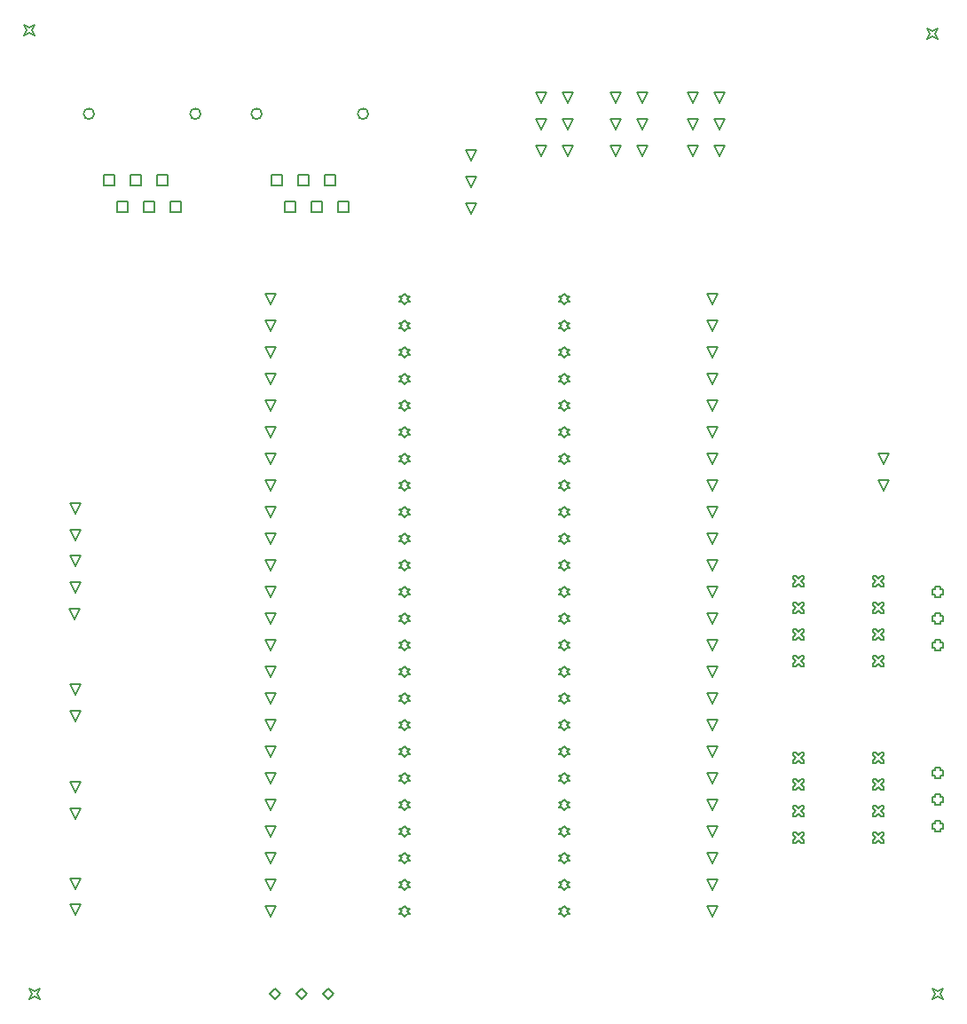
<source format=gbr>
%TF.GenerationSoftware,Altium Limited,Altium Designer,19.1.8 (144)*%
G04 Layer_Color=2752767*
%FSLAX26Y26*%
%MOIN*%
%TF.FileFunction,Drawing*%
%TF.Part,Single*%
G01*
G75*
%TA.AperFunction,NonConductor*%
%ADD58C,0.005000*%
%ADD59C,0.006667*%
D58*
X1025000Y3165000D02*
Y3205000D01*
X1065000D01*
Y3165000D01*
X1025000D01*
X1125000D02*
Y3205000D01*
X1165000D01*
Y3165000D01*
X1125000D01*
X1225000D02*
Y3205000D01*
X1265000D01*
Y3165000D01*
X1225000D01*
X1075000Y3065000D02*
Y3105000D01*
X1115000D01*
Y3065000D01*
X1075000D01*
X1175000D02*
Y3105000D01*
X1215000D01*
Y3065000D01*
X1175000D01*
X1275000D02*
Y3105000D01*
X1315000D01*
Y3065000D01*
X1275000D01*
X645000D02*
Y3105000D01*
X685000D01*
Y3065000D01*
X645000D01*
X545000D02*
Y3105000D01*
X585000D01*
Y3065000D01*
X545000D01*
X445000D02*
Y3105000D01*
X485000D01*
Y3065000D01*
X445000D01*
X595000Y3165000D02*
Y3205000D01*
X635000D01*
Y3165000D01*
X595000D01*
X495000D02*
Y3205000D01*
X535000D01*
Y3165000D01*
X495000D01*
X395000D02*
Y3205000D01*
X435000D01*
Y3165000D01*
X395000D01*
X2040000Y3475000D02*
X2020000Y3515000D01*
X2060000D01*
X2040000Y3475000D01*
X2140000D02*
X2120000Y3515000D01*
X2160000D01*
X2140000Y3475000D01*
X2040000Y3375000D02*
X2020000Y3415000D01*
X2060000D01*
X2040000Y3375000D01*
X2140000D02*
X2120000Y3415000D01*
X2160000D01*
X2140000Y3375000D01*
X2040000Y3275000D02*
X2020000Y3315000D01*
X2060000D01*
X2040000Y3275000D01*
X2140000D02*
X2120000Y3315000D01*
X2160000D01*
X2140000Y3275000D01*
X3326023Y2019984D02*
X3306023Y2059984D01*
X3346023D01*
X3326023Y2019984D01*
Y2118410D02*
X3306023Y2158410D01*
X3346023D01*
X3326023Y2118410D01*
X290000Y1931024D02*
X270000Y1971024D01*
X310000D01*
X290000Y1931024D01*
Y1832598D02*
X270000Y1872598D01*
X310000D01*
X290000Y1832598D01*
Y1734173D02*
X270000Y1774173D01*
X310000D01*
X290000Y1734173D01*
Y1635748D02*
X270000Y1675748D01*
X310000D01*
X290000Y1635748D01*
X286063Y1537323D02*
X266063Y1577323D01*
X306063D01*
X286063Y1537323D01*
X2126614Y1118409D02*
X2136614Y1128409D01*
X2146614D01*
X2136614Y1138409D01*
X2146614Y1148409D01*
X2136614D01*
X2126614Y1158409D01*
X2116614Y1148409D01*
X2106614D01*
X2116614Y1138409D01*
X2106614Y1128409D01*
X2116614D01*
X2126614Y1118409D01*
Y1218409D02*
X2136614Y1228409D01*
X2146614D01*
X2136614Y1238409D01*
X2146614Y1248409D01*
X2136614D01*
X2126614Y1258409D01*
X2116614Y1248409D01*
X2106614D01*
X2116614Y1238409D01*
X2106614Y1228409D01*
X2116614D01*
X2126614Y1218409D01*
Y1318409D02*
X2136614Y1328409D01*
X2146614D01*
X2136614Y1338409D01*
X2146614Y1348409D01*
X2136614D01*
X2126614Y1358409D01*
X2116614Y1348409D01*
X2106614D01*
X2116614Y1338409D01*
X2106614Y1328409D01*
X2116614D01*
X2126614Y1318409D01*
Y2718410D02*
X2136614Y2728410D01*
X2146614D01*
X2136614Y2738410D01*
X2146614Y2748410D01*
X2136614D01*
X2126614Y2758410D01*
X2116614Y2748410D01*
X2106614D01*
X2116614Y2738410D01*
X2106614Y2728410D01*
X2116614D01*
X2126614Y2718410D01*
Y2618410D02*
X2136614Y2628410D01*
X2146614D01*
X2136614Y2638410D01*
X2146614Y2648410D01*
X2136614D01*
X2126614Y2658410D01*
X2116614Y2648410D01*
X2106614D01*
X2116614Y2638410D01*
X2106614Y2628410D01*
X2116614D01*
X2126614Y2618410D01*
Y2518410D02*
X2136614Y2528410D01*
X2146614D01*
X2136614Y2538410D01*
X2146614Y2548410D01*
X2136614D01*
X2126614Y2558410D01*
X2116614Y2548410D01*
X2106614D01*
X2116614Y2538410D01*
X2106614Y2528410D01*
X2116614D01*
X2126614Y2518410D01*
X1526614Y1318409D02*
X1536614Y1328409D01*
X1546614D01*
X1536614Y1338409D01*
X1546614Y1348409D01*
X1536614D01*
X1526614Y1358409D01*
X1516614Y1348409D01*
X1506614D01*
X1516614Y1338409D01*
X1506614Y1328409D01*
X1516614D01*
X1526614Y1318409D01*
X2126614Y1018409D02*
X2136614Y1028409D01*
X2146614D01*
X2136614Y1038409D01*
X2146614Y1048409D01*
X2136614D01*
X2126614Y1058409D01*
X2116614Y1048409D01*
X2106614D01*
X2116614Y1038409D01*
X2106614Y1028409D01*
X2116614D01*
X2126614Y1018409D01*
Y918409D02*
X2136614Y928409D01*
X2146614D01*
X2136614Y938409D01*
X2146614Y948409D01*
X2136614D01*
X2126614Y958409D01*
X2116614Y948409D01*
X2106614D01*
X2116614Y938409D01*
X2106614Y928409D01*
X2116614D01*
X2126614Y918409D01*
Y818409D02*
X2136614Y828409D01*
X2146614D01*
X2136614Y838409D01*
X2146614Y848409D01*
X2136614D01*
X2126614Y858409D01*
X2116614Y848409D01*
X2106614D01*
X2116614Y838409D01*
X2106614Y828409D01*
X2116614D01*
X2126614Y818409D01*
Y718409D02*
X2136614Y728409D01*
X2146614D01*
X2136614Y738409D01*
X2146614Y748409D01*
X2136614D01*
X2126614Y758409D01*
X2116614Y748409D01*
X2106614D01*
X2116614Y738409D01*
X2106614Y728409D01*
X2116614D01*
X2126614Y718409D01*
Y618409D02*
X2136614Y628409D01*
X2146614D01*
X2136614Y638409D01*
X2146614Y648409D01*
X2136614D01*
X2126614Y658409D01*
X2116614Y648409D01*
X2106614D01*
X2116614Y638409D01*
X2106614Y628409D01*
X2116614D01*
X2126614Y618409D01*
Y518409D02*
X2136614Y528409D01*
X2146614D01*
X2136614Y538409D01*
X2146614Y548409D01*
X2136614D01*
X2126614Y558409D01*
X2116614Y548409D01*
X2106614D01*
X2116614Y538409D01*
X2106614Y528409D01*
X2116614D01*
X2126614Y518409D01*
Y418409D02*
X2136614Y428409D01*
X2146614D01*
X2136614Y438409D01*
X2146614Y448409D01*
X2136614D01*
X2126614Y458409D01*
X2116614Y448409D01*
X2106614D01*
X2116614Y438409D01*
X2106614Y428409D01*
X2116614D01*
X2126614Y418409D01*
X1526614D02*
X1536614Y428409D01*
X1546614D01*
X1536614Y438409D01*
X1546614Y448409D01*
X1536614D01*
X1526614Y458409D01*
X1516614Y448409D01*
X1506614D01*
X1516614Y438409D01*
X1506614Y428409D01*
X1516614D01*
X1526614Y418409D01*
Y518409D02*
X1536614Y528409D01*
X1546614D01*
X1536614Y538409D01*
X1546614Y548409D01*
X1536614D01*
X1526614Y558409D01*
X1516614Y548409D01*
X1506614D01*
X1516614Y538409D01*
X1506614Y528409D01*
X1516614D01*
X1526614Y518409D01*
Y618409D02*
X1536614Y628409D01*
X1546614D01*
X1536614Y638409D01*
X1546614Y648409D01*
X1536614D01*
X1526614Y658409D01*
X1516614Y648409D01*
X1506614D01*
X1516614Y638409D01*
X1506614Y628409D01*
X1516614D01*
X1526614Y618409D01*
Y718409D02*
X1536614Y728409D01*
X1546614D01*
X1536614Y738409D01*
X1546614Y748409D01*
X1536614D01*
X1526614Y758409D01*
X1516614Y748409D01*
X1506614D01*
X1516614Y738409D01*
X1506614Y728409D01*
X1516614D01*
X1526614Y718409D01*
Y818409D02*
X1536614Y828409D01*
X1546614D01*
X1536614Y838409D01*
X1546614Y848409D01*
X1536614D01*
X1526614Y858409D01*
X1516614Y848409D01*
X1506614D01*
X1516614Y838409D01*
X1506614Y828409D01*
X1516614D01*
X1526614Y818409D01*
Y918409D02*
X1536614Y928409D01*
X1546614D01*
X1536614Y938409D01*
X1546614Y948409D01*
X1536614D01*
X1526614Y958409D01*
X1516614Y948409D01*
X1506614D01*
X1516614Y938409D01*
X1506614Y928409D01*
X1516614D01*
X1526614Y918409D01*
Y1018409D02*
X1536614Y1028409D01*
X1546614D01*
X1536614Y1038409D01*
X1546614Y1048409D01*
X1536614D01*
X1526614Y1058409D01*
X1516614Y1048409D01*
X1506614D01*
X1516614Y1038409D01*
X1506614Y1028409D01*
X1516614D01*
X1526614Y1018409D01*
Y1118409D02*
X1536614Y1128409D01*
X1546614D01*
X1536614Y1138409D01*
X1546614Y1148409D01*
X1536614D01*
X1526614Y1158409D01*
X1516614Y1148409D01*
X1506614D01*
X1516614Y1138409D01*
X1506614Y1128409D01*
X1516614D01*
X1526614Y1118409D01*
Y1218409D02*
X1536614Y1228409D01*
X1546614D01*
X1536614Y1238409D01*
X1546614Y1248409D01*
X1536614D01*
X1526614Y1258409D01*
X1516614Y1248409D01*
X1506614D01*
X1516614Y1238409D01*
X1506614Y1228409D01*
X1516614D01*
X1526614Y1218409D01*
X2126614Y2418410D02*
X2136614Y2428410D01*
X2146614D01*
X2136614Y2438410D01*
X2146614Y2448410D01*
X2136614D01*
X2126614Y2458410D01*
X2116614Y2448410D01*
X2106614D01*
X2116614Y2438410D01*
X2106614Y2428410D01*
X2116614D01*
X2126614Y2418410D01*
Y2318410D02*
X2136614Y2328410D01*
X2146614D01*
X2136614Y2338410D01*
X2146614Y2348410D01*
X2136614D01*
X2126614Y2358410D01*
X2116614Y2348410D01*
X2106614D01*
X2116614Y2338410D01*
X2106614Y2328410D01*
X2116614D01*
X2126614Y2318410D01*
Y2218410D02*
X2136614Y2228410D01*
X2146614D01*
X2136614Y2238410D01*
X2146614Y2248410D01*
X2136614D01*
X2126614Y2258410D01*
X2116614Y2248410D01*
X2106614D01*
X2116614Y2238410D01*
X2106614Y2228410D01*
X2116614D01*
X2126614Y2218410D01*
Y2118410D02*
X2136614Y2128410D01*
X2146614D01*
X2136614Y2138410D01*
X2146614Y2148410D01*
X2136614D01*
X2126614Y2158410D01*
X2116614Y2148410D01*
X2106614D01*
X2116614Y2138410D01*
X2106614Y2128410D01*
X2116614D01*
X2126614Y2118410D01*
Y2018409D02*
X2136614Y2028409D01*
X2146614D01*
X2136614Y2038409D01*
X2146614Y2048410D01*
X2136614D01*
X2126614Y2058410D01*
X2116614Y2048410D01*
X2106614D01*
X2116614Y2038409D01*
X2106614Y2028409D01*
X2116614D01*
X2126614Y2018409D01*
Y1918409D02*
X2136614Y1928409D01*
X2146614D01*
X2136614Y1938409D01*
X2146614Y1948409D01*
X2136614D01*
X2126614Y1958409D01*
X2116614Y1948409D01*
X2106614D01*
X2116614Y1938409D01*
X2106614Y1928409D01*
X2116614D01*
X2126614Y1918409D01*
Y1818409D02*
X2136614Y1828409D01*
X2146614D01*
X2136614Y1838409D01*
X2146614Y1848409D01*
X2136614D01*
X2126614Y1858409D01*
X2116614Y1848409D01*
X2106614D01*
X2116614Y1838409D01*
X2106614Y1828409D01*
X2116614D01*
X2126614Y1818409D01*
Y1718409D02*
X2136614Y1728409D01*
X2146614D01*
X2136614Y1738409D01*
X2146614Y1748409D01*
X2136614D01*
X2126614Y1758409D01*
X2116614Y1748409D01*
X2106614D01*
X2116614Y1738409D01*
X2106614Y1728409D01*
X2116614D01*
X2126614Y1718409D01*
Y1618409D02*
X2136614Y1628409D01*
X2146614D01*
X2136614Y1638409D01*
X2146614Y1648409D01*
X2136614D01*
X2126614Y1658409D01*
X2116614Y1648409D01*
X2106614D01*
X2116614Y1638409D01*
X2106614Y1628409D01*
X2116614D01*
X2126614Y1618409D01*
Y1518409D02*
X2136614Y1528409D01*
X2146614D01*
X2136614Y1538409D01*
X2146614Y1548409D01*
X2136614D01*
X2126614Y1558409D01*
X2116614Y1548409D01*
X2106614D01*
X2116614Y1538409D01*
X2106614Y1528409D01*
X2116614D01*
X2126614Y1518409D01*
Y1418409D02*
X2136614Y1428409D01*
X2146614D01*
X2136614Y1438409D01*
X2146614Y1448409D01*
X2136614D01*
X2126614Y1458409D01*
X2116614Y1448409D01*
X2106614D01*
X2116614Y1438409D01*
X2106614Y1428409D01*
X2116614D01*
X2126614Y1418409D01*
X1526614D02*
X1536614Y1428409D01*
X1546614D01*
X1536614Y1438409D01*
X1546614Y1448409D01*
X1536614D01*
X1526614Y1458409D01*
X1516614Y1448409D01*
X1506614D01*
X1516614Y1438409D01*
X1506614Y1428409D01*
X1516614D01*
X1526614Y1418409D01*
Y1518409D02*
X1536614Y1528409D01*
X1546614D01*
X1536614Y1538409D01*
X1546614Y1548409D01*
X1536614D01*
X1526614Y1558409D01*
X1516614Y1548409D01*
X1506614D01*
X1516614Y1538409D01*
X1506614Y1528409D01*
X1516614D01*
X1526614Y1518409D01*
Y1618409D02*
X1536614Y1628409D01*
X1546614D01*
X1536614Y1638409D01*
X1546614Y1648409D01*
X1536614D01*
X1526614Y1658409D01*
X1516614Y1648409D01*
X1506614D01*
X1516614Y1638409D01*
X1506614Y1628409D01*
X1516614D01*
X1526614Y1618409D01*
Y1718409D02*
X1536614Y1728409D01*
X1546614D01*
X1536614Y1738409D01*
X1546614Y1748409D01*
X1536614D01*
X1526614Y1758409D01*
X1516614Y1748409D01*
X1506614D01*
X1516614Y1738409D01*
X1506614Y1728409D01*
X1516614D01*
X1526614Y1718409D01*
Y1818409D02*
X1536614Y1828409D01*
X1546614D01*
X1536614Y1838409D01*
X1546614Y1848409D01*
X1536614D01*
X1526614Y1858409D01*
X1516614Y1848409D01*
X1506614D01*
X1516614Y1838409D01*
X1506614Y1828409D01*
X1516614D01*
X1526614Y1818409D01*
Y1918409D02*
X1536614Y1928409D01*
X1546614D01*
X1536614Y1938409D01*
X1546614Y1948409D01*
X1536614D01*
X1526614Y1958409D01*
X1516614Y1948409D01*
X1506614D01*
X1516614Y1938409D01*
X1506614Y1928409D01*
X1516614D01*
X1526614Y1918409D01*
Y2018409D02*
X1536614Y2028409D01*
X1546614D01*
X1536614Y2038409D01*
X1546614Y2048410D01*
X1536614D01*
X1526614Y2058410D01*
X1516614Y2048410D01*
X1506614D01*
X1516614Y2038409D01*
X1506614Y2028409D01*
X1516614D01*
X1526614Y2018409D01*
Y2118410D02*
X1536614Y2128410D01*
X1546614D01*
X1536614Y2138410D01*
X1546614Y2148410D01*
X1536614D01*
X1526614Y2158410D01*
X1516614Y2148410D01*
X1506614D01*
X1516614Y2138410D01*
X1506614Y2128410D01*
X1516614D01*
X1526614Y2118410D01*
Y2218410D02*
X1536614Y2228410D01*
X1546614D01*
X1536614Y2238410D01*
X1546614Y2248410D01*
X1536614D01*
X1526614Y2258410D01*
X1516614Y2248410D01*
X1506614D01*
X1516614Y2238410D01*
X1506614Y2228410D01*
X1516614D01*
X1526614Y2218410D01*
Y2318410D02*
X1536614Y2328410D01*
X1546614D01*
X1536614Y2338410D01*
X1546614Y2348410D01*
X1536614D01*
X1526614Y2358410D01*
X1516614Y2348410D01*
X1506614D01*
X1516614Y2338410D01*
X1506614Y2328410D01*
X1516614D01*
X1526614Y2318410D01*
Y2418410D02*
X1536614Y2428410D01*
X1546614D01*
X1536614Y2438410D01*
X1546614Y2448410D01*
X1536614D01*
X1526614Y2458410D01*
X1516614Y2448410D01*
X1506614D01*
X1516614Y2438410D01*
X1506614Y2428410D01*
X1516614D01*
X1526614Y2418410D01*
Y2518410D02*
X1536614Y2528410D01*
X1546614D01*
X1536614Y2538410D01*
X1546614Y2548410D01*
X1536614D01*
X1526614Y2558410D01*
X1516614Y2548410D01*
X1506614D01*
X1516614Y2538410D01*
X1506614Y2528410D01*
X1516614D01*
X1526614Y2518410D01*
Y2618410D02*
X1536614Y2628410D01*
X1546614D01*
X1536614Y2638410D01*
X1546614Y2648410D01*
X1536614D01*
X1526614Y2658410D01*
X1516614Y2648410D01*
X1506614D01*
X1516614Y2638410D01*
X1506614Y2628410D01*
X1516614D01*
X1526614Y2618410D01*
Y2718410D02*
X1536614Y2728410D01*
X1546614D01*
X1536614Y2738410D01*
X1546614Y2748410D01*
X1536614D01*
X1526614Y2758410D01*
X1516614Y2748410D01*
X1506614D01*
X1516614Y2738410D01*
X1506614Y2728410D01*
X1516614D01*
X1526614Y2718410D01*
X290000Y786501D02*
X270000Y826501D01*
X310000D01*
X290000Y786501D01*
Y884926D02*
X270000Y924926D01*
X310000D01*
X290000Y884926D01*
X3490000Y3715000D02*
X3500000Y3735000D01*
X3490000Y3755000D01*
X3510000Y3745000D01*
X3530000Y3755000D01*
X3520000Y3735000D01*
X3530000Y3715000D01*
X3510000Y3725000D01*
X3490000Y3715000D01*
X3509996Y110000D02*
X3519996Y130000D01*
X3509996Y150000D01*
X3529996Y140000D01*
X3549996Y150000D01*
X3539996Y130000D01*
X3549996Y110000D01*
X3529996Y120000D01*
X3509996Y110000D01*
X115000Y110000D02*
X125000Y130000D01*
X115000Y150000D01*
X135000Y140000D01*
X155000Y150000D01*
X145000Y130000D01*
X155000Y110000D01*
X135000Y120000D01*
X115000Y110000D01*
X95000Y3730000D02*
X105000Y3750000D01*
X95000Y3770000D01*
X115000Y3760000D01*
X135000Y3770000D01*
X125000Y3750000D01*
X135000Y3730000D01*
X115000Y3740000D01*
X95000Y3730000D01*
X3520000Y750000D02*
Y740000D01*
X3540000D01*
Y750000D01*
X3550000D01*
Y770000D01*
X3540000D01*
Y780000D01*
X3520000D01*
Y770000D01*
X3510000D01*
Y750000D01*
X3520000D01*
Y850000D02*
Y840000D01*
X3540000D01*
Y850000D01*
X3550000D01*
Y870000D01*
X3540000D01*
Y880000D01*
X3520000D01*
Y870000D01*
X3510000D01*
Y850000D01*
X3520000D01*
Y950000D02*
Y940000D01*
X3540000D01*
Y950000D01*
X3550000D01*
Y970000D01*
X3540000D01*
Y980000D01*
X3520000D01*
Y970000D01*
X3510000D01*
Y950000D01*
X3520000D01*
Y1430000D02*
Y1420000D01*
X3540000D01*
Y1430000D01*
X3550000D01*
Y1450000D01*
X3540000D01*
Y1460000D01*
X3520000D01*
Y1450000D01*
X3510000D01*
Y1430000D01*
X3520000D01*
Y1530000D02*
Y1520000D01*
X3540000D01*
Y1530000D01*
X3550000D01*
Y1550000D01*
X3540000D01*
Y1560000D01*
X3520000D01*
Y1550000D01*
X3510000D01*
Y1530000D01*
X3520000D01*
Y1630000D02*
Y1620000D01*
X3540000D01*
Y1630000D01*
X3550000D01*
Y1650000D01*
X3540000D01*
Y1660000D01*
X3520000D01*
Y1650000D01*
X3510000D01*
Y1630000D01*
X3520000D01*
X2985000Y995000D02*
X2995000D01*
X3005000Y1005000D01*
X3015000Y995000D01*
X3025000D01*
Y1005000D01*
X3015000Y1015000D01*
X3025000Y1025000D01*
Y1035000D01*
X3015000D01*
X3005000Y1025000D01*
X2995000Y1035000D01*
X2985000D01*
Y1025000D01*
X2995000Y1015000D01*
X2985000Y1005000D01*
Y995000D01*
Y895000D02*
X2995000D01*
X3005000Y905000D01*
X3015000Y895000D01*
X3025000D01*
Y905000D01*
X3015000Y915000D01*
X3025000Y925000D01*
Y935000D01*
X3015000D01*
X3005000Y925000D01*
X2995000Y935000D01*
X2985000D01*
Y925000D01*
X2995000Y915000D01*
X2985000Y905000D01*
Y895000D01*
Y795000D02*
X2995000D01*
X3005000Y805000D01*
X3015000Y795000D01*
X3025000D01*
Y805000D01*
X3015000Y815000D01*
X3025000Y825000D01*
Y835000D01*
X3015000D01*
X3005000Y825000D01*
X2995000Y835000D01*
X2985000D01*
Y825000D01*
X2995000Y815000D01*
X2985000Y805000D01*
Y795000D01*
Y695000D02*
X2995000D01*
X3005000Y705000D01*
X3015000Y695000D01*
X3025000D01*
Y705000D01*
X3015000Y715000D01*
X3025000Y725000D01*
Y735000D01*
X3015000D01*
X3005000Y725000D01*
X2995000Y735000D01*
X2985000D01*
Y725000D01*
X2995000Y715000D01*
X2985000Y705000D01*
Y695000D01*
X3285000D02*
X3295000D01*
X3305000Y705000D01*
X3315000Y695000D01*
X3325000D01*
Y705000D01*
X3315000Y715000D01*
X3325000Y725000D01*
Y735000D01*
X3315000D01*
X3305000Y725000D01*
X3295000Y735000D01*
X3285000D01*
Y725000D01*
X3295000Y715000D01*
X3285000Y705000D01*
Y695000D01*
Y795000D02*
X3295000D01*
X3305000Y805000D01*
X3315000Y795000D01*
X3325000D01*
Y805000D01*
X3315000Y815000D01*
X3325000Y825000D01*
Y835000D01*
X3315000D01*
X3305000Y825000D01*
X3295000Y835000D01*
X3285000D01*
Y825000D01*
X3295000Y815000D01*
X3285000Y805000D01*
Y795000D01*
Y895000D02*
X3295000D01*
X3305000Y905000D01*
X3315000Y895000D01*
X3325000D01*
Y905000D01*
X3315000Y915000D01*
X3325000Y925000D01*
Y935000D01*
X3315000D01*
X3305000Y925000D01*
X3295000Y935000D01*
X3285000D01*
Y925000D01*
X3295000Y915000D01*
X3285000Y905000D01*
Y895000D01*
Y995000D02*
X3295000D01*
X3305000Y1005000D01*
X3315000Y995000D01*
X3325000D01*
Y1005000D01*
X3315000Y1015000D01*
X3325000Y1025000D01*
Y1035000D01*
X3315000D01*
X3305000Y1025000D01*
X3295000Y1035000D01*
X3285000D01*
Y1025000D01*
X3295000Y1015000D01*
X3285000Y1005000D01*
Y995000D01*
X2985000Y1660000D02*
X2995000D01*
X3005000Y1670000D01*
X3015000Y1660000D01*
X3025000D01*
Y1670000D01*
X3015000Y1680000D01*
X3025000Y1690000D01*
Y1700000D01*
X3015000D01*
X3005000Y1690000D01*
X2995000Y1700000D01*
X2985000D01*
Y1690000D01*
X2995000Y1680000D01*
X2985000Y1670000D01*
Y1660000D01*
Y1560000D02*
X2995000D01*
X3005000Y1570000D01*
X3015000Y1560000D01*
X3025000D01*
Y1570000D01*
X3015000Y1580000D01*
X3025000Y1590000D01*
Y1600000D01*
X3015000D01*
X3005000Y1590000D01*
X2995000Y1600000D01*
X2985000D01*
Y1590000D01*
X2995000Y1580000D01*
X2985000Y1570000D01*
Y1560000D01*
Y1460000D02*
X2995000D01*
X3005000Y1470000D01*
X3015000Y1460000D01*
X3025000D01*
Y1470000D01*
X3015000Y1480000D01*
X3025000Y1490000D01*
Y1500000D01*
X3015000D01*
X3005000Y1490000D01*
X2995000Y1500000D01*
X2985000D01*
Y1490000D01*
X2995000Y1480000D01*
X2985000Y1470000D01*
Y1460000D01*
Y1360000D02*
X2995000D01*
X3005000Y1370000D01*
X3015000Y1360000D01*
X3025000D01*
Y1370000D01*
X3015000Y1380000D01*
X3025000Y1390000D01*
Y1400000D01*
X3015000D01*
X3005000Y1390000D01*
X2995000Y1400000D01*
X2985000D01*
Y1390000D01*
X2995000Y1380000D01*
X2985000Y1370000D01*
Y1360000D01*
X3285000D02*
X3295000D01*
X3305000Y1370000D01*
X3315000Y1360000D01*
X3325000D01*
Y1370000D01*
X3315000Y1380000D01*
X3325000Y1390000D01*
Y1400000D01*
X3315000D01*
X3305000Y1390000D01*
X3295000Y1400000D01*
X3285000D01*
Y1390000D01*
X3295000Y1380000D01*
X3285000Y1370000D01*
Y1360000D01*
Y1460000D02*
X3295000D01*
X3305000Y1470000D01*
X3315000Y1460000D01*
X3325000D01*
Y1470000D01*
X3315000Y1480000D01*
X3325000Y1490000D01*
Y1500000D01*
X3315000D01*
X3305000Y1490000D01*
X3295000Y1500000D01*
X3285000D01*
Y1490000D01*
X3295000Y1480000D01*
X3285000Y1470000D01*
Y1460000D01*
Y1560000D02*
X3295000D01*
X3305000Y1570000D01*
X3315000Y1560000D01*
X3325000D01*
Y1570000D01*
X3315000Y1580000D01*
X3325000Y1590000D01*
Y1600000D01*
X3315000D01*
X3305000Y1590000D01*
X3295000Y1600000D01*
X3285000D01*
Y1590000D01*
X3295000Y1580000D01*
X3285000Y1570000D01*
Y1560000D01*
Y1660000D02*
X3295000D01*
X3305000Y1670000D01*
X3315000Y1660000D01*
X3325000D01*
Y1670000D01*
X3315000Y1680000D01*
X3325000Y1690000D01*
Y1700000D01*
X3315000D01*
X3305000Y1690000D01*
X3295000Y1700000D01*
X3285000D01*
Y1690000D01*
X3295000Y1680000D01*
X3285000Y1670000D01*
Y1660000D01*
X290000Y523346D02*
X270000Y563346D01*
X310000D01*
X290000Y523346D01*
Y424921D02*
X270000Y464921D01*
X310000D01*
X290000Y424921D01*
Y1251693D02*
X270000Y1291693D01*
X310000D01*
X290000Y1251693D01*
Y1153268D02*
X270000Y1193268D01*
X310000D01*
X290000Y1153268D01*
X2682126Y2718410D02*
X2662126Y2758410D01*
X2702126D01*
X2682126Y2718410D01*
Y418409D02*
X2662126Y458409D01*
X2702126D01*
X2682126Y418409D01*
Y518409D02*
X2662126Y558409D01*
X2702126D01*
X2682126Y518409D01*
Y618409D02*
X2662126Y658409D01*
X2702126D01*
X2682126Y618409D01*
Y718409D02*
X2662126Y758409D01*
X2702126D01*
X2682126Y718409D01*
Y818409D02*
X2662126Y858409D01*
X2702126D01*
X2682126Y818409D01*
Y918409D02*
X2662126Y958409D01*
X2702126D01*
X2682126Y918409D01*
Y1018409D02*
X2662126Y1058409D01*
X2702126D01*
X2682126Y1018409D01*
Y1118409D02*
X2662126Y1158409D01*
X2702126D01*
X2682126Y1118409D01*
Y1218409D02*
X2662126Y1258409D01*
X2702126D01*
X2682126Y1218409D01*
Y1318409D02*
X2662126Y1358409D01*
X2702126D01*
X2682126Y1318409D01*
Y1418409D02*
X2662126Y1458409D01*
X2702126D01*
X2682126Y1418409D01*
Y1518409D02*
X2662126Y1558409D01*
X2702126D01*
X2682126Y1518409D01*
Y1618409D02*
X2662126Y1658409D01*
X2702126D01*
X2682126Y1618409D01*
Y1718409D02*
X2662126Y1758409D01*
X2702126D01*
X2682126Y1718409D01*
Y1818409D02*
X2662126Y1858409D01*
X2702126D01*
X2682126Y1818409D01*
Y1918409D02*
X2662126Y1958409D01*
X2702126D01*
X2682126Y1918409D01*
Y2018409D02*
X2662126Y2058410D01*
X2702126D01*
X2682126Y2018409D01*
Y2118410D02*
X2662126Y2158410D01*
X2702126D01*
X2682126Y2118410D01*
Y2218410D02*
X2662126Y2258410D01*
X2702126D01*
X2682126Y2218410D01*
Y2318410D02*
X2662126Y2358410D01*
X2702126D01*
X2682126Y2318410D01*
Y2418410D02*
X2662126Y2458410D01*
X2702126D01*
X2682126Y2418410D01*
Y2518410D02*
X2662126Y2558410D01*
X2702126D01*
X2682126Y2518410D01*
Y2618410D02*
X2662126Y2658410D01*
X2702126D01*
X2682126Y2618410D01*
X1024252Y2718410D02*
X1004252Y2758410D01*
X1044252D01*
X1024252Y2718410D01*
Y418409D02*
X1004252Y458409D01*
X1044252D01*
X1024252Y418409D01*
Y518409D02*
X1004252Y558409D01*
X1044252D01*
X1024252Y518409D01*
Y618409D02*
X1004252Y658409D01*
X1044252D01*
X1024252Y618409D01*
Y718409D02*
X1004252Y758409D01*
X1044252D01*
X1024252Y718409D01*
Y818409D02*
X1004252Y858409D01*
X1044252D01*
X1024252Y818409D01*
Y918409D02*
X1004252Y958409D01*
X1044252D01*
X1024252Y918409D01*
Y1018409D02*
X1004252Y1058409D01*
X1044252D01*
X1024252Y1018409D01*
Y1118409D02*
X1004252Y1158409D01*
X1044252D01*
X1024252Y1118409D01*
Y1218409D02*
X1004252Y1258409D01*
X1044252D01*
X1024252Y1218409D01*
Y1318409D02*
X1004252Y1358409D01*
X1044252D01*
X1024252Y1318409D01*
Y1418409D02*
X1004252Y1458409D01*
X1044252D01*
X1024252Y1418409D01*
Y1518409D02*
X1004252Y1558409D01*
X1044252D01*
X1024252Y1518409D01*
Y1618409D02*
X1004252Y1658409D01*
X1044252D01*
X1024252Y1618409D01*
Y1718409D02*
X1004252Y1758409D01*
X1044252D01*
X1024252Y1718409D01*
Y1818409D02*
X1004252Y1858409D01*
X1044252D01*
X1024252Y1818409D01*
Y1918409D02*
X1004252Y1958409D01*
X1044252D01*
X1024252Y1918409D01*
Y2018409D02*
X1004252Y2058410D01*
X1044252D01*
X1024252Y2018409D01*
Y2118410D02*
X1004252Y2158410D01*
X1044252D01*
X1024252Y2118410D01*
Y2218410D02*
X1004252Y2258410D01*
X1044252D01*
X1024252Y2218410D01*
Y2318410D02*
X1004252Y2358410D01*
X1044252D01*
X1024252Y2318410D01*
Y2418410D02*
X1004252Y2458410D01*
X1044252D01*
X1024252Y2418410D01*
Y2518410D02*
X1004252Y2558410D01*
X1044252D01*
X1024252Y2518410D01*
Y2618410D02*
X1004252Y2658410D01*
X1044252D01*
X1024252Y2618410D01*
X1776614Y3058408D02*
X1756614Y3098408D01*
X1796614D01*
X1776614Y3058408D01*
Y3158408D02*
X1756614Y3198408D01*
X1796614D01*
X1776614Y3158408D01*
Y3258408D02*
X1756614Y3298408D01*
X1796614D01*
X1776614Y3258408D01*
X2710000Y3275000D02*
X2690000Y3315000D01*
X2730000D01*
X2710000Y3275000D01*
X2610000D02*
X2590000Y3315000D01*
X2630000D01*
X2610000Y3275000D01*
X2710000Y3375000D02*
X2690000Y3415000D01*
X2730000D01*
X2710000Y3375000D01*
X2610000D02*
X2590000Y3415000D01*
X2630000D01*
X2610000Y3375000D01*
X2710000Y3475000D02*
X2690000Y3515000D01*
X2730000D01*
X2710000Y3475000D01*
X2610000D02*
X2590000Y3515000D01*
X2630000D01*
X2610000Y3475000D01*
X2420000Y3275000D02*
X2400000Y3315000D01*
X2440000D01*
X2420000Y3275000D01*
X2320000D02*
X2300000Y3315000D01*
X2340000D01*
X2320000Y3275000D01*
X2420000Y3375000D02*
X2400000Y3415000D01*
X2440000D01*
X2420000Y3375000D01*
X2320000D02*
X2300000Y3415000D01*
X2340000D01*
X2320000Y3375000D01*
X2420000Y3475000D02*
X2400000Y3515000D01*
X2440000D01*
X2420000Y3475000D01*
X2320000D02*
X2300000Y3515000D01*
X2340000D01*
X2320000Y3475000D01*
X1018032Y129961D02*
X1038032Y149961D01*
X1058032Y129961D01*
X1038032Y109961D01*
X1018032Y129961D01*
X1118032D02*
X1138032Y149961D01*
X1158032Y129961D01*
X1138032Y109961D01*
X1118032Y129961D01*
X1218032D02*
X1238032Y149961D01*
X1258032Y129961D01*
X1238032Y109961D01*
X1218032Y129961D01*
D59*
X990000Y3435000D02*
G03*
X990000Y3435000I-20000J0D01*
G01*
X1390000D02*
G03*
X1390000Y3435000I-20000J0D01*
G01*
X760000D02*
G03*
X760000Y3435000I-20000J0D01*
G01*
X360000D02*
G03*
X360000Y3435000I-20000J0D01*
G01*
%TF.MD5,833f7cea26dcaa60832512a012a66fee*%
M02*

</source>
